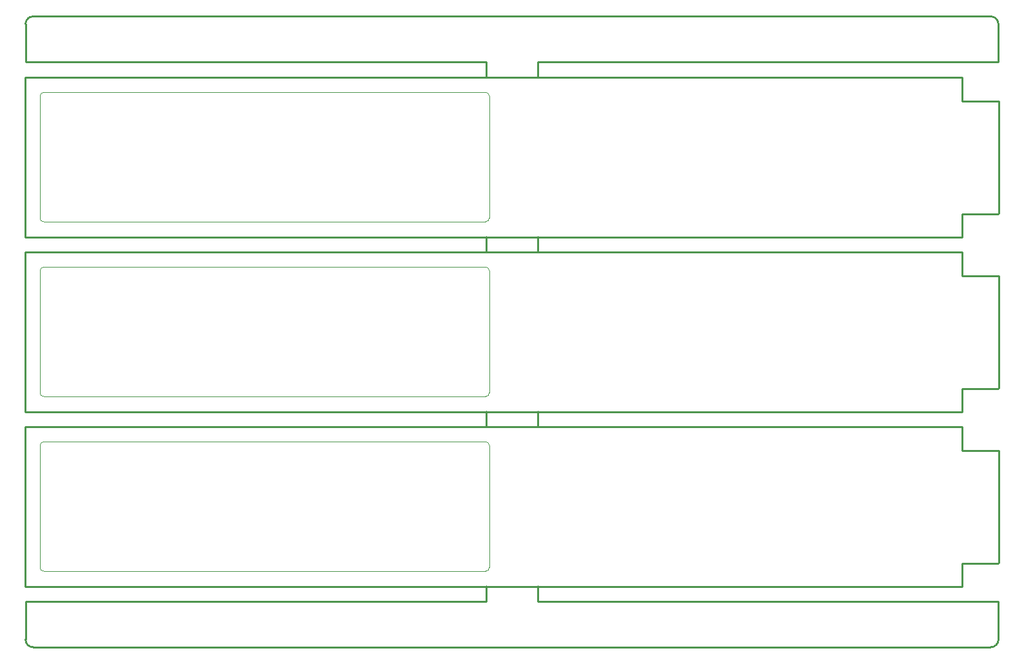
<source format=gko>
G04 Layer: BoardOutlineLayer*
G04 EasyEDA Pro v1.9.28.eba1c1, 2023-02-22 19:28:42*
G04 Gerber Generator version 0.3*
G04 Scale: 100 percent, Rotated: No, Reflected: No*
G04 Dimensions in millimeters*
G04 Leading zeros omitted, absolute positions, 3 integers and 3 decimals*
G04 Panelize: Stamp Hole, Column: 1, Row: 3, Board Size: 127.734mm x 20.95mm, Panelized Board Size: 127.734mm x 82.847mm, Panelized Method: All Objects*
%FSLAX33Y33*%
%MOMM*%
%ADD10C,0.254*%
%ADD11C,0.0254*%
G75*


G04 Panelize Start*
G54D10*
G01X-9478Y-12475D02*
G01X-69975Y-12475D01*
G01X-9478Y58373D02*
G01X-69975Y58373D01*
G01X57760Y-12475D02*
G01X-2737Y-12475D01*
G01X57760Y58373D02*
G01X-2737Y58373D01*
G01X-9478Y-10475D02*
G01X-9478Y-12475D01*
G01X-9478Y58373D02*
G01X-9478Y56373D01*
G01X-2737Y-10475D02*
G01X-2737Y-12475D01*
G01X-2737Y58373D02*
G01X-2737Y56373D01*
G01X-9478Y12475D02*
G01X-9478Y10475D01*
G01X-2737Y12475D02*
G01X-2737Y10475D01*
G01X-9478Y35424D02*
G01X-9478Y33424D01*
G01X-2737Y35424D02*
G01X-2737Y33424D01*
G01X-69975Y-12475D02*
G01X-69975Y-17475D01*
G01X-69975Y58373D02*
G01X-69975Y63373D01*
G01X57760Y-12475D02*
G01X57760Y-17475D01*
G01X57760Y58373D02*
G01X57760Y63373D01*
G01X-69975Y-17475D02*
G03X-68975Y-18475I1000J0D01*
G01X-68975Y64373D02*
G03X-69975Y63373I0J-1000D01*
G01X56760Y-18475D02*
G03X57760Y-17475I0J1000D01*
G01X57760Y63373D02*
G03X56760Y64373I-1000J0D01*
G01X-68975Y-18475D02*
G01X-6107Y-18475D01*
G01X-68975Y64373D02*
G01X-6107Y64373D01*
G01X56760Y-18475D02*
G01X-6107Y-18475D01*
G01X56760Y64373D02*
G01X-6107Y64373D01*
G04 Panelize End*

G04 PolygonModel Start*
G01X-70000Y10500D02*
G01X53000Y10500D01*
G01Y10414D01*
G01Y7366D01*
G01X57785D01*
G01Y-7366D01*
G01X57658Y-7493D01*
G01X53000D01*
G01Y-10414D01*
G01Y-10500D01*
G01X-70000D01*
G01Y10500D01*
G04 PolygonModel End*

G04 Rect Start*
G54D11*
G01X-68078Y8000D02*
G01X-68078Y-8000D01*
G03X-67578Y-8500I500J0D01*
G01X-9578D01*
G03X-9078Y-8000I0J500D01*
G01Y8000D01*
G03X-9578Y8500I-500J0D01*
G01X-67578D01*
G03X-68078Y8000I0J-500D01*
G04 Rect End*
G54D10*
G01X-9478Y-12475D02*
G01X-69975Y-12475D01*
G01X-9478Y58373D02*
G01X-69975Y58373D01*
G01X57760Y-12475D02*
G01X-2737Y-12475D01*
G01X57760Y58373D02*
G01X-2737Y58373D01*
G01X-9478Y-10475D02*
G01X-9478Y-12475D01*
G01X-9478Y58373D02*
G01X-9478Y56373D01*
G01X-2737Y-10475D02*
G01X-2737Y-12475D01*
G01X-2737Y58373D02*
G01X-2737Y56373D01*
G01X-9478Y12475D02*
G01X-9478Y10475D01*
G01X-2737Y12475D02*
G01X-2737Y10475D01*
G01X-9478Y35424D02*
G01X-9478Y33424D01*
G01X-2737Y35424D02*
G01X-2737Y33424D01*
G01X-69975Y-12475D02*
G01X-69975Y-17475D01*
G01X-69975Y58373D02*
G01X-69975Y63373D01*
G01X57760Y-12475D02*
G01X57760Y-17475D01*
G01X57760Y58373D02*
G01X57760Y63373D01*
G01X-69975Y-17475D02*
G03X-68975Y-18475I1000J0D01*
G01X-68975Y64373D02*
G03X-69975Y63373I0J-1000D01*
G01X56760Y-18475D02*
G03X57760Y-17475I0J1000D01*
G01X57760Y63373D02*
G03X56760Y64373I-1000J0D01*
G01X-68975Y-18475D02*
G01X-6107Y-18475D01*
G01X-68975Y64373D02*
G01X-6107Y64373D01*
G01X56760Y-18475D02*
G01X-6107Y-18475D01*
G01X56760Y64373D02*
G01X-6107Y64373D01*
G04 Panelize End*
G01X-70000Y33449D02*
G01X53000Y33449D01*
G01Y33363D01*
G01Y30315D01*
G01X57785D01*
G01Y15583D01*
G01X57658Y15456D01*
G01X53000D01*
G01Y12535D01*
G01Y12449D01*
G01X-70000D01*
G01Y33449D01*
G04 PolygonModel End*
G54D11*
G01X-68078Y30949D02*
G01X-68078Y14949D01*
G03X-67578Y14449I500J0D01*
G01X-9578D01*
G03X-9078Y14949I0J500D01*
G01Y30949D01*
G03X-9578Y31449I-500J0D01*
G01X-67578D01*
G03X-68078Y30949I0J-500D01*
G04 Rect End*
G54D10*
G01X-9478Y-12475D02*
G01X-69975Y-12475D01*
G01X-9478Y58373D02*
G01X-69975Y58373D01*
G01X57760Y-12475D02*
G01X-2737Y-12475D01*
G01X57760Y58373D02*
G01X-2737Y58373D01*
G01X-9478Y-10475D02*
G01X-9478Y-12475D01*
G01X-9478Y58373D02*
G01X-9478Y56373D01*
G01X-2737Y-10475D02*
G01X-2737Y-12475D01*
G01X-2737Y58373D02*
G01X-2737Y56373D01*
G01X-9478Y12475D02*
G01X-9478Y10475D01*
G01X-2737Y12475D02*
G01X-2737Y10475D01*
G01X-9478Y35424D02*
G01X-9478Y33424D01*
G01X-2737Y35424D02*
G01X-2737Y33424D01*
G01X-69975Y-12475D02*
G01X-69975Y-17475D01*
G01X-69975Y58373D02*
G01X-69975Y63373D01*
G01X57760Y-12475D02*
G01X57760Y-17475D01*
G01X57760Y58373D02*
G01X57760Y63373D01*
G01X-69975Y-17475D02*
G03X-68975Y-18475I1000J0D01*
G01X-68975Y64373D02*
G03X-69975Y63373I0J-1000D01*
G01X56760Y-18475D02*
G03X57760Y-17475I0J1000D01*
G01X57760Y63373D02*
G03X56760Y64373I-1000J0D01*
G01X-68975Y-18475D02*
G01X-6107Y-18475D01*
G01X-68975Y64373D02*
G01X-6107Y64373D01*
G01X56760Y-18475D02*
G01X-6107Y-18475D01*
G01X56760Y64373D02*
G01X-6107Y64373D01*
G04 Panelize End*
G01X-70000Y56398D02*
G01X53000Y56398D01*
G01Y56312D01*
G01Y53264D01*
G01X57785D01*
G01Y38532D01*
G01X57658Y38405D01*
G01X53000D01*
G01Y35484D01*
G01Y35398D01*
G01X-70000D01*
G01Y56398D01*
G04 PolygonModel End*
G54D11*
G01X-68078Y53898D02*
G01X-68078Y37898D01*
G03X-67578Y37398I500J0D01*
G01X-9578D01*
G03X-9078Y37898I0J500D01*
G01Y53898D01*
G03X-9578Y54398I-500J0D01*
G01X-67578D01*
G03X-68078Y53898I0J-500D01*
G04 Rect End*

M02*

</source>
